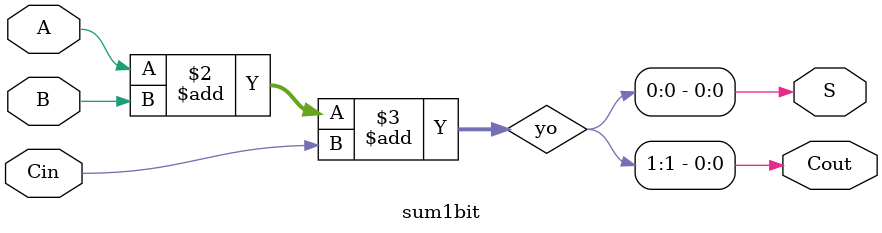
<source format=v>
`timescale 1ns / 1ps

module sum1bit(
    input A,
    input B,
    input Cin,
    output Cout,
    output S
    );
//Aqui se define un registro con un tamaño de 2 y se le asigna en la posición 0 la salida de la suma y en la posición 2 el valor del carry resultante.    
    reg [1:0] yo;
    assign S=yo[0];
    assign Cout=yo[1];
    always @ ( * ) begin
    yo = A+B+Cin;
    end
endmodule

</source>
